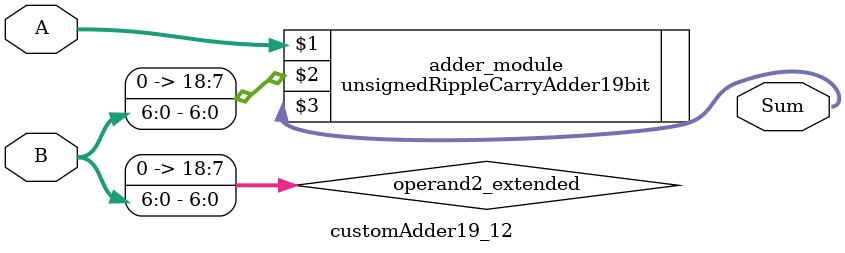
<source format=v>

module customAdder19_12(
                    input [18 : 0] A,
                    input [6 : 0] B,
                    
                    output [19 : 0] Sum
            );

    wire [18 : 0] operand2_extended;
    
    assign operand2_extended =  {12'b0, B};
    
    unsignedRippleCarryAdder19bit adder_module(
        A,
        operand2_extended,
        Sum
    );
    
endmodule
        
</source>
